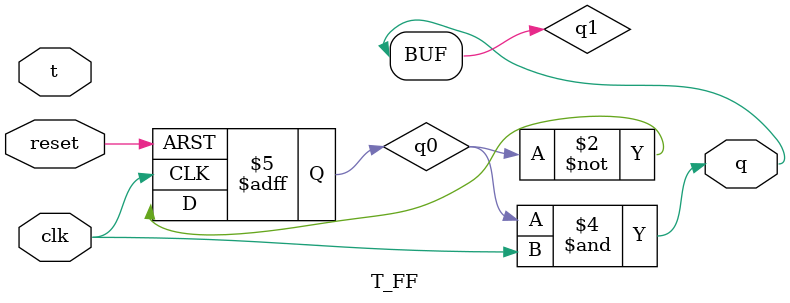
<source format=v>
module T_FF(q, t, clk, reset);
    output q;
    input t, clk, reset;
    reg q0,q1;
    assign q = q1;
    
    always @ ( negedge clk or posedge reset) begin
        if(reset)
          q0 <= 1'b0;
        else 
            q0 = ~q0;
    end
    
    always @ (clk) begin
        q1 = q0 & clk;
    end
endmodule

//  NOT COMPLETE
// module T_FF(q,count, t, clk, reset);
//     output q;
//     input t, clk, reset;
//     reg q0;
//     output count;
//     reg count;

//     always @ (posedge clk) begin
//         count = ~count;
//     end

//     always @ (posedge count) begin
//     begin

//     end
//     end
// assign q = q0;
// endmodule
</source>
